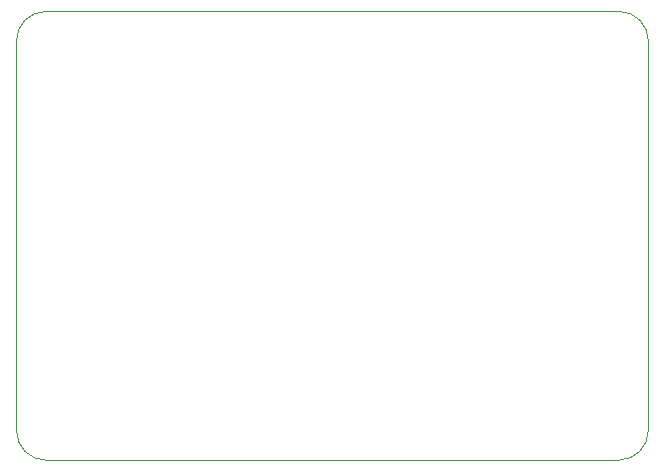
<source format=gbr>
%TF.GenerationSoftware,KiCad,Pcbnew,8.0.3-8.0.3-0~ubuntu24.04.1*%
%TF.CreationDate,2024-07-11T14:27:15+08:00*%
%TF.ProjectId,CawBMS,43617742-4d53-42e6-9b69-6361645f7063,rev?*%
%TF.SameCoordinates,Original*%
%TF.FileFunction,Profile,NP*%
%FSLAX46Y46*%
G04 Gerber Fmt 4.6, Leading zero omitted, Abs format (unit mm)*
G04 Created by KiCad (PCBNEW 8.0.3-8.0.3-0~ubuntu24.04.1) date 2024-07-11 14:27:15*
%MOMM*%
%LPD*%
G01*
G04 APERTURE LIST*
%TA.AperFunction,Profile*%
%ADD10C,0.100000*%
%TD*%
G04 APERTURE END LIST*
D10*
X110000000Y-94500000D02*
G75*
G02*
X112500000Y-92000000I2500000J0D01*
G01*
X112500000Y-130000000D02*
X161000000Y-130000000D01*
X161000000Y-92000000D02*
G75*
G02*
X163500000Y-94500000I0J-2500000D01*
G01*
X163500000Y-127500000D02*
G75*
G02*
X161000000Y-130000000I-2500000J0D01*
G01*
X112500000Y-130000000D02*
G75*
G02*
X110000000Y-127500000I0J2500000D01*
G01*
X163500000Y-127500000D02*
X163500000Y-94500000D01*
X110000000Y-94500000D02*
X110000000Y-127500000D01*
X161000000Y-92000000D02*
X112500000Y-92000000D01*
M02*

</source>
